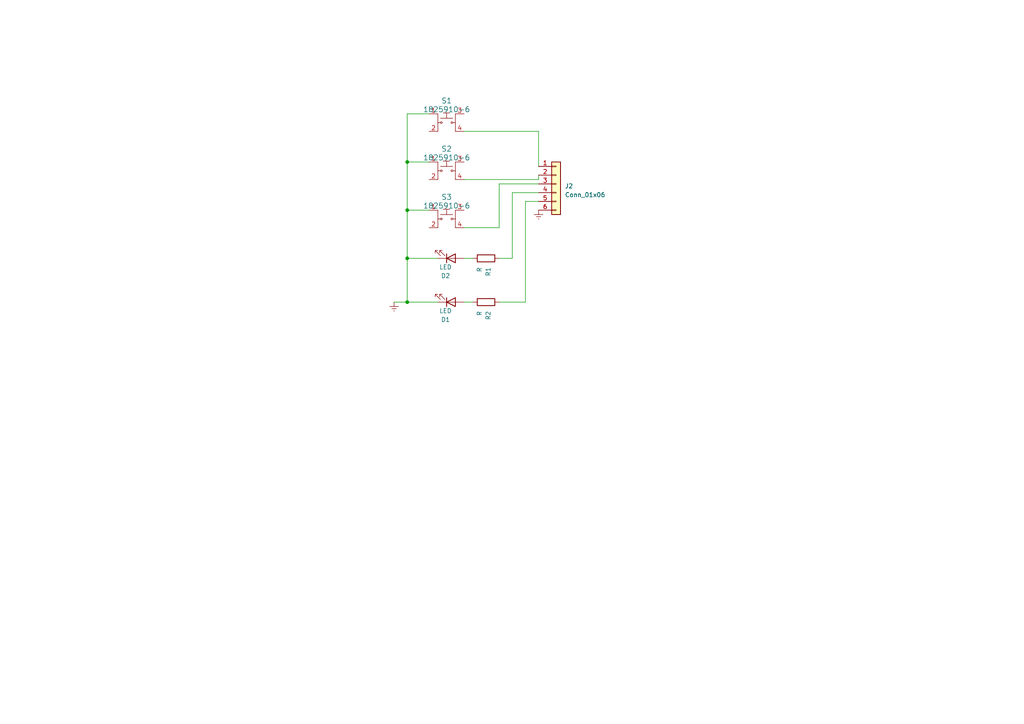
<source format=kicad_sch>
(kicad_sch (version 20230121) (generator eeschema)
  (paper "A4")
  (lib_symbols
    (symbol "Connector_Generic:Conn_01x06" (pin_names (offset 1.016) hide)
      (property "Reference" "J" (at 0 7.62 0))
      (property "Value" "Conn_01x06" (at 0 -10.16 0))
      (symbol "Conn_01x06_1_1"
        (rectangle (start -1.27 -7.493) (end 0 -7.747) (stroke (width 0.1524)))
        (rectangle (start -1.27 -4.953) (end 0 -5.207) (stroke (width 0.1524)))
        (rectangle (start -1.27 -2.413) (end 0 -2.667) (stroke (width 0.1524)))
        (rectangle (start -1.27 0.127) (end 0 -0.127) (stroke (width 0.1524)))
        (rectangle (start -1.27 2.667) (end 0 2.413) (stroke (width 0.1524)))
        (rectangle (start -1.27 5.207) (end 0 4.953) (stroke (width 0.1524)))
        (rectangle (start -1.27 6.35) (end 1.27 -8.89) (stroke (width 0.254)) (fill (type background)))
        (pin passive line (at -5.08 5.08 0) (length 3.81) (name "Pin_1") (number "1"))
        (pin passive line (at -5.08 2.54 0) (length 3.81) (name "Pin_2") (number "2"))
        (pin passive line (at -5.08 0 0) (length 3.81) (name "Pin_3") (number "3"))
        (pin passive line (at -5.08 -2.54 0) (length 3.81) (name "Pin_4") (number "4"))
        (pin passive line (at -5.08 -5.08 0) (length 3.81) (name "Pin_5") (number "5"))
        (pin passive line (at -5.08 -7.62 0) (length 3.81) (name "Pin_6") (number "6"))
      )
    )
    (symbol "Device:LED" (pin_numbers hide) (pin_names (offset 1.016) hide)
      (property "Reference" "D" (at 0 2.54 0))
      (property "Value" "LED" (at 0 -2.54 0))
      (symbol "LED_0_1"
        (polyline (pts (xy -1.27 -1.27) (xy -1.27 1.27)) (stroke (width 0.254)))
        (polyline (pts (xy -1.27 0) (xy 1.27 0)))
        (polyline (pts (xy 1.27 -1.27) (xy 1.27 1.27) (xy -1.27 0) (xy 1.27 -1.27)) (stroke (width 0.254)))
        (polyline (pts (xy -3.048 -0.762) (xy -4.572 -2.286) (xy -3.81 -2.286) (xy -4.572 -2.286) (xy -4.572 -1.524)))
        (polyline (pts (xy -1.778 -0.762) (xy -3.302 -2.286) (xy -2.54 -2.286) (xy -3.302 -2.286) (xy -3.302 -1.524)))
      )
      (symbol "LED_1_1"
        (pin passive line (at -3.81 0 0) (length 2.54) (name "K") (number "1"))
        (pin passive line (at 3.81 0 180) (length 2.54) (name "A") (number "2"))
      )
    )
    (symbol "Device:R" (pin_numbers hide) (pin_names (offset 0))
      (property "Reference" "R" (at 2.032 0 90))
      (property "Value" "R" (at 0 0 90))
      (symbol "R_0_1"
        (rectangle (start -1.016 -2.54) (end 1.016 2.54) (stroke (width 0.254)))
      )
      (symbol "R_1_1"
        (pin passive line (at 0 3.81 270) (length 1.27) (name "~") (number "1"))
        (pin passive line (at 0 -3.81 90) (length 1.27) (name "~") (number "2"))
      )
    )
    (symbol "dk_Tactile-Switches:1825910-6" (pin_names (offset 1.016))
      (property "Reference" "S" (at 0 4.572 0))
      (property "Value" "1825910-6" (at 0.127 -5.08 0))
      (symbol "1825910-6_0_1"
        (circle (center -1.524 0) (radius 0.254))
        (polyline (pts (xy -2.54 2.54) (xy -2.54 -2.54)))
        (polyline (pts (xy -1.778 0) (xy -2.54 0)))
        (polyline (pts (xy -1.778 1.27) (xy 1.778 1.27)))
        (polyline (pts (xy 2.54 -2.54) (xy 2.54 2.54)))
        (polyline (pts (xy 2.54 0) (xy 1.778 0)))
        (circle (center 1.524 0) (radius 0.254))
      )
      (symbol "1825910-6_1_1"
        (polyline (pts (xy -1.016 2.794) (xy 0.889 2.794)))
        (polyline (pts (xy 0 2.794) (xy 0 1.27)))
        (pin passive line (at -5.08 2.54 0) (length 2.54) (name "~") (number "1"))
        (pin passive line (at -5.08 -2.54 0) (length 2.54) (name "~") (number "2"))
        (pin passive line (at 5.08 2.54 180) (length 2.54) (name "~") (number "3"))
        (pin passive line (at 5.08 -2.54 180) (length 2.54) (name "~") (number "4"))
      )
    )
    (symbol "power:Earth" (power) (pin_names (offset 0))
      (symbol "Earth_0_1"
        (polyline (pts (xy -0.635 -1.905) (xy 0.635 -1.905)))
        (polyline (pts (xy -0.127 -2.54) (xy 0.127 -2.54)))
        (polyline (pts (xy 0 -1.27) (xy 0 0)))
        (polyline (pts (xy 1.27 -1.27) (xy -1.27 -1.27)))
      )
      (symbol "Earth_1_1"
        (pin power_in line (at 0 0 270) (length 0) hide (name "Earth") (number "1"))
      )
    )
  )
  (junction (at 118.11 46.99))
  (junction (at 118.11 60.96))
  (junction (at 118.11 74.93))
  (junction (at 118.11 87.63))
  (wire (pts (xy 134.62 66.04) (xy 144.78 66.04)))
  (wire (pts (xy 148.59 55.88) (xy 156.21 55.88)))
  (wire (pts (xy 134.62 87.63) (xy 137.16 87.63)))
  (wire (pts (xy 144.78 66.04) (xy 144.78 53.34)))
  (wire (pts (xy 134.62 52.07) (xy 156.21 52.07)))
  (wire (pts (xy 152.4 87.63) (xy 152.4 58.42)))
  (wire (pts (xy 118.11 60.96) (xy 118.11 74.93)))
  (wire (pts (xy 118.11 46.99) (xy 118.11 60.96)))
  (wire (pts (xy 124.46 33.02) (xy 118.11 33.02)))
  (wire (pts (xy 118.11 33.02) (xy 118.11 46.99)))
  (wire (pts (xy 148.59 74.93) (xy 148.59 55.88)))
  (wire (pts (xy 118.11 74.93) (xy 127 74.93)))
  (wire (pts (xy 118.11 87.63) (xy 127 87.63)))
  (wire (pts (xy 144.78 74.93) (xy 148.59 74.93)))
  (wire (pts (xy 144.78 87.63) (xy 152.4 87.63)))
  (wire (pts (xy 114.3 87.63) (xy 118.11 87.63)))
  (wire (pts (xy 152.4 58.42) (xy 156.21 58.42)))
  (wire (pts (xy 134.62 38.1) (xy 156.21 38.1)))
  (wire (pts (xy 124.46 60.96) (xy 118.11 60.96)))
  (wire (pts (xy 144.78 53.34) (xy 156.21 53.34)))
  (wire (pts (xy 156.21 52.07) (xy 156.21 50.8)))
  (wire (pts (xy 134.62 74.93) (xy 137.16 74.93)))
  (wire (pts (xy 156.21 38.1) (xy 156.21 48.26)))
  (wire (pts (xy 124.46 46.99) (xy 118.11 46.99)))
  (wire (pts (xy 118.11 74.93) (xy 118.11 87.63)))
  (symbol (lib_id "power:Earth") (at 156.21 60.96 0) (unit 1)
    (property "Reference" "#PWR02" (effects hide))
    (property "Value" "Earth" (effects hide))
  )
  (symbol (lib_id "dk_Tactile-Switches:1825910-6") (at 129.54 63.5 0) (unit 1)
    (property "Reference" "S3" (at 129.54 57.15 0) (effects (font (size 1.524 1.524))))
    (property "Value" "1825910-6" (at 129.54 59.69 0) (effects (font (size 1.524 1.524))))
    (property "Footprint" "Library:SW_PUSH_4_pin" (effects hide))
    (property "Datasheet" "https://www.te.com/commerce/DocumentDelivery/DDEController?Action=srchrtrv&DocNm=1825910&DocType=Customer+Drawing&DocLang=English" (effects hide))
    (property "Digi-Key_PN" "450-1650-ND" (effects hide))
    (property "MPN" "1825910-6" (effects hide))
    (property "Category" "Switches" (effects hide))
    (property "Family" "Tactile Switches" (effects hide))
    (property "DK_Datasheet_Link" "https://www.te.com/commerce/DocumentDelivery/DDEController?Action=srchrtrv&DocNm=1825910&DocType=Customer+Drawing&DocLang=English" (effects hide))
    (property "DK_Detail_Page" "/product-detail/en/te-connectivity-alcoswitch-switches/1825910-6/450-1650-ND/1632536" (effects hide))
    (property "Description" "SWITCH TACTILE SPST-NO 0.05A 24V" (effects hide))
    (property "Manufacturer" "TE Connectivity ALCOSWITCH Switches" (effects hide))
    (property "Status" "Active" (effects hide))
  )
  (symbol (lib_id "dk_Tactile-Switches:1825910-6") (at 129.54 35.56 0) (unit 1)
    (property "Reference" "S1" (at 129.54 29.21 0) (effects (font (size 1.524 1.524))))
    (property "Value" "1825910-6" (at 129.54 31.75 0) (effects (font (size 1.524 1.524))))
    (property "Footprint" "Library:SW_PUSH_4_pin" (effects hide))
    (property "Datasheet" "https://www.te.com/commerce/DocumentDelivery/DDEController?Action=srchrtrv&DocNm=1825910&DocType=Customer+Drawing&DocLang=English" (effects hide))
    (property "Digi-Key_PN" "450-1650-ND" (effects hide))
    (property "MPN" "1825910-6" (effects hide))
    (property "Category" "Switches" (effects hide))
    (property "Family" "Tactile Switches" (effects hide))
    (property "DK_Datasheet_Link" "https://www.te.com/commerce/DocumentDelivery/DDEController?Action=srchrtrv&DocNm=1825910&DocType=Customer+Drawing&DocLang=English" (effects hide))
    (property "DK_Detail_Page" "/product-detail/en/te-connectivity-alcoswitch-switches/1825910-6/450-1650-ND/1632536" (effects hide))
    (property "Description" "SWITCH TACTILE SPST-NO 0.05A 24V" (effects hide))
    (property "Manufacturer" "TE Connectivity ALCOSWITCH Switches" (effects hide))
    (property "Status" "Active" (effects hide))
  )
  (symbol (lib_id "Connector_Generic:Conn_01x06") (at 161.29 53.34 0) (unit 1)
    (property "Reference" "J2" (at 163.83 53.975 0) (effects (justify left)))
    (property "Value" "Conn_01x06" (at 163.83 56.515 0) (effects (justify left)))
    (property "Footprint" "Connector_PinSocket_2.54mm:PinSocket_1x06_P2.54mm_Vertical" (effects hide))
  )
  (symbol (lib_id "power:Earth") (at 114.3 87.63 0) (unit 1)
    (property "Reference" "#PWR01" (effects hide))
    (property "Value" "Earth" (effects hide))
  )
  (symbol (lib_id "Device:R") (at 140.97 74.93 270) (unit 1)
    (property "Reference" "R1" (at 141.605 77.47 0) (effects (justify left)))
    (property "Value" "R" (at 139.065 77.47 0) (effects (justify left)))
    (property "Footprint" "Resistor_THT:R_Axial_DIN0207_L6.3mm_D2.5mm_P10.16mm_Horizontal" (effects hide))
  )
  (symbol (lib_id "Device:LED") (at 130.81 74.93 0) (mirror x) (unit 1)
    (property "Reference" "D2" (at 129.2225 80.01 0))
    (property "Value" "LED" (at 129.2225 77.47 0))
    (property "Footprint" "LED_THT:LED_D3.0mm" (effects hide))
  )
  (symbol (lib_id "Device:R") (at 140.97 87.63 270) (unit 1)
    (property "Reference" "R2" (at 141.605 90.17 0) (effects (justify left)))
    (property "Value" "R" (at 139.065 90.17 0) (effects (justify left)))
    (property "Footprint" "Resistor_THT:R_Axial_DIN0207_L6.3mm_D2.5mm_P10.16mm_Horizontal" (effects hide))
  )
  (symbol (lib_id "Device:LED") (at 130.81 87.63 0) (mirror x) (unit 1)
    (property "Reference" "D1" (at 129.2225 92.71 0))
    (property "Value" "LED" (at 129.2225 90.17 0))
    (property "Footprint" "LED_THT:LED_D3.0mm" (effects hide))
  )
  (symbol (lib_id "dk_Tactile-Switches:1825910-6") (at 129.54 49.53 0) (unit 1)
    (property "Reference" "S2" (at 129.54 43.18 0) (effects (font (size 1.524 1.524))))
    (property "Value" "1825910-6" (at 129.54 45.72 0) (effects (font (size 1.524 1.524))))
    (property "Footprint" "Library:SW_PUSH_4_pin" (effects hide))
    (property "Datasheet" "https://www.te.com/commerce/DocumentDelivery/DDEController?Action=srchrtrv&DocNm=1825910&DocType=Customer+Drawing&DocLang=English" (effects hide))
    (property "Digi-Key_PN" "450-1650-ND" (effects hide))
    (property "MPN" "1825910-6" (effects hide))
    (property "Category" "Switches" (effects hide))
    (property "Family" "Tactile Switches" (effects hide))
    (property "DK_Datasheet_Link" "https://www.te.com/commerce/DocumentDelivery/DDEController?Action=srchrtrv&DocNm=1825910&DocType=Customer+Drawing&DocLang=English" (effects hide))
    (property "DK_Detail_Page" "/product-detail/en/te-connectivity-alcoswitch-switches/1825910-6/450-1650-ND/1632536" (effects hide))
    (property "Description" "SWITCH TACTILE SPST-NO 0.05A 24V" (effects hide))
    (property "Manufacturer" "TE Connectivity ALCOSWITCH Switches" (effects hide))
    (property "Status" "Active" (effects hide))
  )
)
</source>
